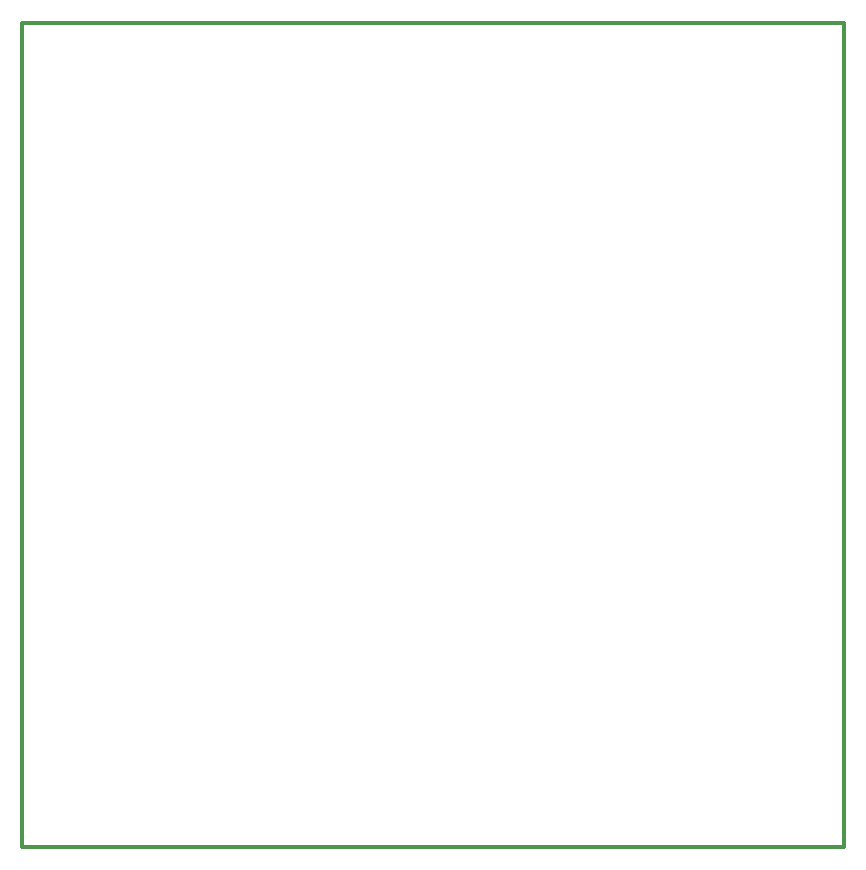
<source format=gbr>
%TF.GenerationSoftware,Altium Limited,Altium Designer,23.10.1 (27)*%
G04 Layer_Color=16711935*
%FSLAX45Y45*%
%MOMM*%
%TF.SameCoordinates,10BCB56E-5FA9-464D-A73E-0568A997705D*%
%TF.FilePolarity,Positive*%
%TF.FileFunction,Keep-out,Top*%
%TF.Part,Single*%
G01*
G75*
%TA.AperFunction,NonConductor*%
%ADD22C,0.30480*%
D22*
X10000005Y1016000D02*
Y8000009D01*
X3048000Y1016000D02*
X10000005D01*
X3048000D02*
Y8000009D01*
X10000005D01*
%TF.MD5,1e9d821fbc93666982b9b1004c5f6034*%
M02*

</source>
